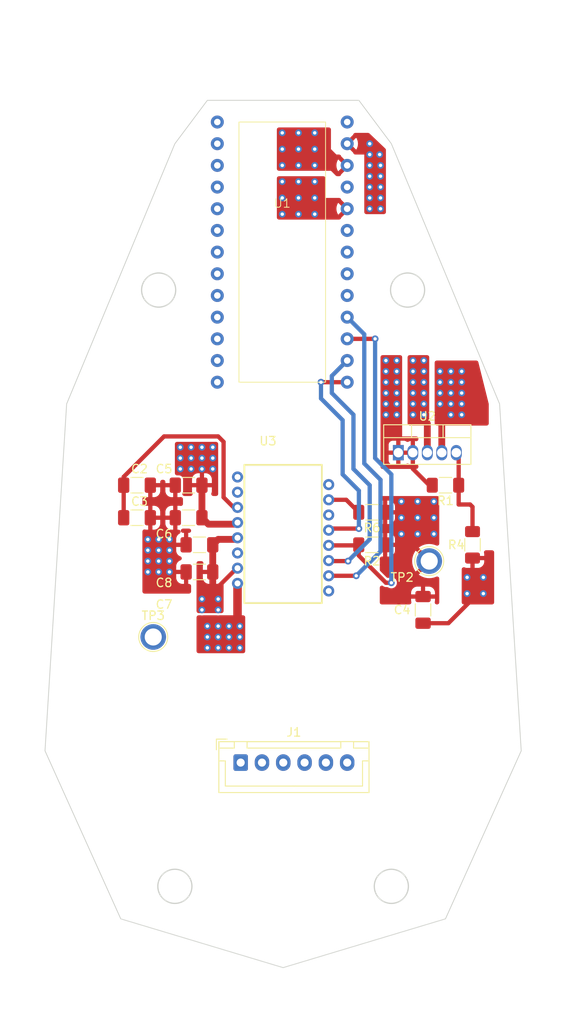
<source format=kicad_pcb>
(kicad_pcb (version 20221018) (generator pcbnew)
  (layers (0 "F.Cu" signal) (1 "In1.Cu" power "Ground") (2 "In2.Cu" power "Power") (31 "B.Cu" signal) (34 "B.Paste" user) (35 "F.Paste" user) (36 "B.SilkS" user "B.Silkscreen") (37 "F.SilkS" user "F.Silkscreen") (38 "B.Mask" user) (39 "F.Mask" user) (44 "Edge.Cuts" user))
  (net 0 "")
  (net 1 "Net-(U3-VDDPIX)")
  (net 2 "3.3V")
  (net 3 "Net-(U1-DIN)")
  (net 4 "1.9V")
  (net 5 "GND")
  (net 6 "5V")
  (net 7 "Net-(U2-Adj)")
  (net 19 "Net-(U1-D10{slash}CS)")
  (net 26 "Net-(U1-DOUT)")
  (net 27 "Net-(U1-SCK)")
  (net 29 "Net-(U3-LED_P)")
  (footprint "Capacitor_SMD:C_1206_3216Metric_Pad1.33x1.80mm_HandSolder" (layer "F.Cu") (at 129.8825 102.87 180)
    (fp_text reference "C7" (at 4.1525 -3.81) (layer "F.SilkS"))
    (fp_text value "10uF")
    (fp_line (start -0.711252 -0.91) (end 0.711252 -0.91) (stroke (width 0.12)) (layer "F.SilkS"))
    (fp_line (start -0.711252 0.91) (end 0.711252 0.91) (stroke (width 0.12)) (layer "F.SilkS"))
    (pad "1" smd roundrect (at -1.5625 0 180) (size 1.325 1.8) (layers "F.Cu" "F.Paste" "F.Mask") (roundrect_rratio 0.1886792453) (net 2 "3.3V"))
    (pad "2" smd roundrect (at 1.5625 0 180) (size 1.325 1.8) (layers "F.Cu" "F.Paste" "F.Mask") (roundrect_rratio 0.1886792453) (net 5 "GND"))
  )
  (footprint "Capacitor_SMD:C_1206_3216Metric_Pad1.33x1.80mm_HandSolder" (layer "F.Cu") (at 128.6125 92.71 180)
    (fp_text reference "C5" (at 2.8825 1.905 180) (layer "F.SilkS"))
    (fp_text value "10uF")
    (fp_line (start -0.711252 -0.91) (end 0.711252 -0.91) (stroke (width 0.12)) (layer "F.SilkS"))
    (fp_line (start -0.711252 0.91) (end 0.711252 0.91) (stroke (width 0.12)) (layer "F.SilkS"))
    (pad "1" smd roundrect (at -1.5625 0 180) (size 1.325 1.8) (layers "F.Cu" "F.Paste" "F.Mask") (roundrect_rratio 0.1886792453) (net 4 "1.9V"))
    (pad "2" smd roundrect (at 1.5625 0 180) (size 1.325 1.8) (layers "F.Cu" "F.Paste" "F.Mask") (roundrect_rratio 0.1886792453) (net 5 "GND"))
  )
  (footprint "Resistor_SMD:R_1206_3216Metric_Pad1.30x1.75mm_HandSolder" (layer "F.Cu") (at 150.125 95.885 180)
    (fp_text reference "R6" (at 0 -1.82) (layer "F.SilkS"))
    (fp_text value "10 Ohm")
    (fp_line (start -0.727064 -0.91) (end 0.727064 -0.91) (stroke (width 0.12)) (layer "F.SilkS"))
    (fp_line (start -0.727064 0.91) (end 0.727064 0.91) (stroke (width 0.12)) (layer "F.SilkS"))
    (pad "1" smd roundrect (at -1.55 0 180) (size 1.3 1.75) (layers "F.Cu" "F.Paste" "F.Mask") (roundrect_rratio 0.1923076923) (net 4 "1.9V"))
    (pad "2" smd roundrect (at 1.55 0 180) (size 1.3 1.75) (layers "F.Cu" "F.Paste" "F.Mask") (roundrect_rratio 0.1923076923) (net 29 "Net-(U3-LED_P)"))
  )
  (footprint "Capacitor_SMD:C_1206_3216Metric_Pad1.33x1.80mm_HandSolder" (layer "F.Cu") (at 128.6125 96.52 180)
    (fp_text reference "C6" (at 2.8825 -1.905 180) (layer "F.SilkS"))
    (fp_text value "0.1uF")
    (fp_line (start -0.711252 -0.91) (end 0.711252 -0.91) (stroke (width 0.12)) (layer "F.SilkS"))
    (fp_line (start -0.711252 0.91) (end 0.711252 0.91) (stroke (width 0.12)) (layer "F.SilkS"))
    (pad "1" smd roundrect (at -1.5625 0 180) (size 1.325 1.8) (layers "F.Cu" "F.Paste" "F.Mask") (roundrect_rratio 0.1886792453) (net 4 "1.9V"))
    (pad "2" smd roundrect (at 1.5625 0 180) (size 1.325 1.8) (layers "F.Cu" "F.Paste" "F.Mask") (roundrect_rratio 0.1886792453) (net 5 "GND"))
  )
  (footprint "Capacitor_SMD:C_1206_3216Metric_Pad1.33x1.80mm_HandSolder" (layer "F.Cu") (at 156.12 107.315 -90)
    (fp_text reference "C4" (at 0 2.45 -180) (layer "F.SilkS"))
    (fp_text value "33uF")
    (fp_line (start -0.711252 -0.91) (end 0.711252 -0.91) (stroke (width 0.12)) (layer "F.SilkS"))
    (fp_line (start -0.711252 0.91) (end 0.711252 0.91) (stroke (width 0.12)) (layer "F.SilkS"))
    (pad "1" smd roundrect (at -1.5625 0 270) (size 1.325 1.8) (layers "F.Cu" "F.Paste" "F.Mask") (roundrect_rratio 0.1886792453) (net 4 "1.9V"))
    (pad "2" smd roundrect (at 1.5625 0 270) (size 1.325 1.8) (layers "F.Cu" "F.Paste" "F.Mask") (roundrect_rratio 0.1886792453) (net 5 "GND"))
  )
  (footprint "Capacitor_SMD:C_1206_3216Metric_Pad1.33x1.80mm_HandSolder" (layer "F.Cu") (at 122.555 96.52)
    (fp_text reference "C3" (at 0.2925 -1.905) (layer "F.SilkS"))
    (fp_text value "0.1uF")
    (fp_line (start -0.711252 -0.91) (end 0.711252 -0.91) (stroke (width 0.12)) (layer "F.SilkS"))
    (fp_line (start -0.711252 0.91) (end 0.711252 0.91) (stroke (width 0.12)) (layer "F.SilkS"))
    (pad "1" smd roundrect (at -1.5625 0) (size 1.325 1.8) (layers "F.Cu" "F.Paste" "F.Mask") (roundrect_rratio 0.1886792453) (net 1 "Net-(U3-VDDPIX)"))
    (pad "2" smd roundrect (at 1.5625 0) (size 1.325 1.8) (layers "F.Cu" "F.Paste" "F.Mask") (roundrect_rratio 0.1886792453) (net 5 "GND"))
  )
  (footprint "Connector_JST:JST_XH_B6B-XH-A_1x06_P2.50mm_Vertical" (layer "F.Cu") (at 134.72 125.205)
    (fp_text reference "J1" (at 6.25 -3.55) (layer "F.SilkS"))
    (fp_text value "Conn_01x06_Pin")
    (fp_line (start -2.85 -2.75) (end -2.85 -1.5) (stroke (width 0.12)) (layer "F.SilkS"))
    (fp_line (start -2.56 -2.46) (end -2.56 3.51) (stroke (width 0.12)) (layer "F.SilkS"))
    (fp_line (start -2.56 3.51) (end 15.06 3.51) (stroke (width 0.12)) (layer "F.SilkS"))
    (fp_line (start -2.55 -2.45) (end -2.55 -1.7) (stroke (width 0.12)) (layer "F.SilkS"))
    (fp_line (start -2.55 -1.7) (end -0.75 -1.7) (stroke (width 0.12)) (layer "F.SilkS"))
    (fp_line (start -2.55 -0.2) (end -1.8 -0.2) (stroke (width 0.12)) (layer "F.SilkS"))
    (fp_line (start -1.8 -0.2) (end -1.8 2.75) (stroke (width 0.12)) (layer "F.SilkS"))
    (fp_line (start -1.8 2.75) (end 6.25 2.75) (stroke (width 0.12)) (layer "F.SilkS"))
    (fp_line (start -1.6 -2.75) (end -2.85 -2.75) (stroke (width 0.12)) (layer "F.SilkS"))
    (fp_line (start -0.75 -2.45) (end -2.55 -2.45) (stroke (width 0.12)) (layer "F.SilkS"))
    (fp_line (start -0.75 -1.7) (end -0.75 -2.45) (stroke (width 0.12)) (layer "F.SilkS"))
    (fp_line (start 0.75 -2.45) (end 0.75 -1.7) (stroke (width 0.12)) (layer "F.SilkS"))
    (fp_line (start 0.75 -1.7) (end 11.75 -1.7) (stroke (width 0.12)) (layer "F.SilkS"))
    (fp_line (start 11.75 -2.45) (end 0.75 -2.45) (stroke (width 0.12)) (layer "F.SilkS"))
    (fp_line (start 11.75 -1.7) (end 11.75 -2.45) (stroke (width 0.12)) (layer "F.SilkS"))
    (fp_line (start 13.25 -2.45) (end 13.25 -1.7) (stroke (width 0.12)) (layer "F.SilkS"))
    (fp_line (start 13.25 -1.7) (end 15.05 -1.7) (stroke (width 0.12)) (layer "F.SilkS"))
    (fp_line (start 14.3 -0.2) (end 14.3 2.75) (stroke (width 0.12)) (layer "F.SilkS"))
    (fp_line (start 14.3 2.75) (end 6.25 2.75) (stroke (width 0.12)) (layer "F.SilkS"))
    (fp_line (start 15.05 -2.45) (end 13.25 -2.45) (stroke (width 0.12)) (layer "F.SilkS"))
    (fp_line (start 15.05 -1.7) (end 15.05 -2.45) (stroke (width 0.12)) (layer "F.SilkS"))
    (fp_line (start 15.05 -0.2) (end 14.3 -0.2) (stroke (width 0.12)) (layer "F.SilkS"))
    (fp_line (start 15.06 -2.46) (end -2.56 -2.46) (stroke (width 0.12)) (layer "F.SilkS"))
    (fp_line (start 15.06 3.51) (end 15.06 -2.46) (stroke (width 0.12)) (layer "F.SilkS"))
    (pad "1" thru_hole roundrect (at 0 0) (size 1.7 1.95) (drill 0.95) (layers "*.Cu" "*.Mask") (roundrect_rratio 0.147059) (net 5 "GND"))
    (pad "2" thru_hole oval (at 2.5 0) (size 1.7 1.95) (drill 0.95) (layers "*.Cu" "*.Mask"))
    (pad "3" thru_hole oval (at 5 0) (size 1.7 1.95) (drill 0.95) (layers "*.Cu" "*.Mask"))
    (pad "4" thru_hole oval (at 7.5 0) (size 1.7 1.95) (drill 0.95) (layers "*.Cu" "*.Mask"))
    (pad "5" thru_hole oval (at 10 0) (size 1.7 1.95) (drill 0.95) (layers "*.Cu" "*.Mask"))
    (pad "6" thru_hole oval (at 12.5 0) (size 1.7 1.95) (drill 0.95) (layers "*.Cu" "*.Mask"))
  )
  (footprint "squeakKiCad:PMW3360" (layer "F.Cu") (at 139.7 98.425)
    (fp_text reference "U3" (at -1.778 -10.8839) (layer "F.SilkS"))
    (fp_text value "PMW3360DM-T2QU")
    (fp_line (start -4.55 -8.1) (end -4.55 8.1) (stroke (width 0.2)) (layer "F.SilkS"))
    (fp_line (start -4.55 8.1) (end 4.55 8.1) (stroke (width 0.2)) (layer "F.SilkS"))
    (fp_line (start 4.55 -8.1) (end -4.55 -8.1) (stroke (width 0.2)) (layer "F.SilkS"))
    (fp_line (start 4.55 8.1) (end 4.55 -8.1) (stroke (width 0.2)) (layer "F.SilkS"))
    (fp_line (start -4.445 -7.9375) (end 4.445 -7.9375) (stroke (width 0.01)) (layer "Edge.Cuts"))
    (fp_line (start -4.445 7.9375) (end -4.445 -7.9375) (stroke (width 0.01)) (layer "Edge.Cuts"))
    (fp_line (start 4.445 -7.9375) (end 4.445 7.9375) (stroke (width 0.01)) (layer "Edge.Cuts"))
    (fp_line (start 4.445 7.9375) (end -4.445 7.9375) (stroke (width 0.01)) (layer "Edge.Cuts"))
    (pad "1" thru_hole circle (at -5.35 -6.675) (size 1.3 1.3) (drill 0.7) (layers "*.Cu" "*.Mask"))
    (pad "2" thru_hole circle (at -5.35 -4.895) (size 1.3 1.3) (drill 0.7) (layers "*.Cu" "*.Mask"))
    (pad "3" thru_hole circle (at -5.35 -3.115) (size 1.3 1.3) (drill 0.7) (layers "*.Cu" "*.Mask") (net 1 "Net-(U3-VDDPIX)"))
    (pad "4" thru_hole circle (at -5.35 -1.335) (size 1.3 1.3) (drill 0.7) (layers "*.Cu" "*.Mask") (net 4 "1.9V"))
    (pad "5" thru_hole circle (at -5.35 0.445) (size 1.3 1.3) (drill 0.7) (layers "*.Cu" "*.Mask") (net 2 "3.3V"))
    (pad "6" thru_hole circle (at -5.35 2.225) (size 1.3 1.3) (drill 0.7) (layers "*.Cu" "*.Mask"))
    (pad "7" thru_hole circle (at -5.35 4.005) (size 1.3 1.3) (drill 0.7) (layers "*.Cu" "*.Mask") (net 2 "3.3V"))
    (pad "8" thru_hole circle (at -5.35 5.785) (size 1.3 1.3) (drill 0.7) (layers "*.Cu" "*.Mask") (net 5 "GND"))
    (pad "9" thru_hole circle (at 5.35 6.675) (size 1.3 1.3) (drill 0.7) (layers "*.Cu" "*.Mask"))
    (pad "10" thru_hole circle (at 5.35 4.895) (size 1.3 1.3) (drill 0.7) (layers "*.Cu" "*.Mask") (net 27 "Net-(U1-SCK)"))
    (pad "11" thru_hole circle (at 5.35 3.115) (size 1.3 1.3) (drill 0.7) (layers "*.Cu" "*.Mask") (net 26 "Net-(U1-DOUT)"))
    (pad "12" thru_hole circle (at 5.35 1.335) (size 1.3 1.3) (drill 0.7) (layers "*.Cu" "*.Mask") (net 3 "Net-(U1-DIN)"))
    (pad "13" thru_hole circle (at 5.35 -0.445) (size 1.3 1.3) (drill 0.7) (layers "*.Cu" "*.Mask") (net 19 "Net-(U1-D10{slash}CS)"))
    (pad "14" thru_hole circle (at 5.35 -2.225) (size 1.3 1.3) (drill 0.7) (layers "*.Cu" "*.Mask"))
    (pad "15" thru_hole circle (at 5.35 -4.005) (size 1.3 1.3) (drill 0.7) (layers "*.Cu" "*.Mask") (net 29 "Net-(U3-LED_P)"))
    (pad "16" thru_hole circle (at 5.35 -5.785) (size 1.3 1.3) (drill 0.7) (layers "*.Cu" "*.Mask"))
    (zone (net 0) (net_name "") (layer "F.Cu") (connect_pads (clearance 0)) (min_thickness 0.127)
      (keepout (tracks not_allowed) (vias not_allowed) (pads not_allowed) (copperpour not_allowed) (footprints allowed))
      (fill (thermal_gap 0.508) (thermal_bridge_width 0.508))
      (polygon (pts (xy 135.255 90.4875) (xy 144.145 90.4875) (xy 144.145 106.3625) (xy 135.255 106.3625)))
    )
  )
  (footprint "Capacitor_SMD:C_1206_3216Metric_Pad1.33x1.80mm_HandSolder" (layer "F.Cu") (at 122.555 92.71)
    (fp_text reference "C2" (at 0.2925 -1.905) (layer "F.SilkS"))
    (fp_text value "4.7uF")
    (fp_line (start -0.711252 -0.91) (end 0.711252 -0.91) (stroke (width 0.12)) (layer "F.SilkS"))
    (fp_line (start -0.711252 0.91) (end 0.711252 0.91) (stroke (width 0.12)) (layer "F.SilkS"))
    (pad "1" smd roundrect (at -1.5625 0) (size 1.325 1.8) (layers "F.Cu" "F.Paste" "F.Mask") (roundrect_rratio 0.1886792453) (net 1 "Net-(U3-VDDPIX)"))
    (pad "2" smd roundrect (at 1.5625 0) (size 1.325 1.8) (layers "F.Cu" "F.Paste" "F.Mask") (roundrect_rratio 0.1886792453) (net 5 "GND"))
  )
  (footprint "Module:KB2040" (layer "F.Cu") (at 139.599476 65.405)
    (fp_text reference "U1" (at 0 -5.715 unlocked) (layer "F.SilkS") (effects (font (thickness 0.1))))
    (fp_text value "KB2040")
    (fp_rect (start -5.08 -15.24) (end 5.08 15.24) (stroke (width 0.1)) (fill none) (layer "F.SilkS"))
    (pad "1" thru_hole circle (at -7.62 -15.24) (size 1.524 1.524) (drill 0.762) (layers "*.Cu" "*.Mask"))
    (pad "2" thru_hole circle (at -7.62 -12.7) (size 1.524 1.524) (drill 0.762) (layers "*.Cu" "*.Mask"))
    (pad "3" thru_hole circle (at -7.62 -10.16) (size 1.524 1.524) (drill 0.762) (layers "*.Cu" "*.Mask"))
    (pad "4" thru_hole circle (at -7.62 -7.62) (size 1.524 1.524) (drill 0.762) (layers "*.Cu" "*.Mask") (net 5 "GND"))
    (pad "5" thru_hole circle (at -7.62 -5.08) (size 1.524 1.524) (drill 0.762) (layers "*.Cu" "*.Mask") (net 5 "GND"))
    (pad "6" thru_hole circle (at -7.62 -2.54) (size 1.524 1.524) (drill 0.762) (layers "*.Cu" "*.Mask"))
    (pad "7" thru_hole circle (at -7.62 0) (size 1.524 1.524) (drill 0.762) (layers "*.Cu" "*.Mask"))
    (pad "8" thru_hole circle (at -7.62 2.54) (size 1.524 1.524) (drill 0.762) (layers "*.Cu" "*.Mask"))
    (pad "9" thru_hole circle (at -7.62 5.08) (size 1.524 1.524) (drill 0.762) (layers "*.Cu" "*.Mask"))
    (pad "10" thru_hole circle (at -7.62 7.62) (size 1.524 1.524) (drill 0.762) (layers "*.Cu" "*.Mask"))
    (pad "11" thru_hole circle (at -7.62 10.16) (size 1.524 1.524) (drill 0.762) (layers "*.Cu" "*.Mask"))
    (pad "12" thru_hole circle (at -7.62 12.7) (size 1.524 1.524) (drill 0.762) (layers "*.Cu" "*.Mask"))
    (pad "13" thru_hole circle (at -7.62 15.24) (size 1.524 1.524) (drill 0.762) (layers "*.Cu" "*.Mask"))
    (pad "14" thru_hole circle (at 7.62 15.24) (size 1.524 1.524) (drill 0.762) (layers "*.Cu" "*.Mask") (net 19 "Net-(U1-D10{slash}CS)"))
    (pad "15" thru_hole circle (at 7.62 12.7) (size 1.524 1.524) (drill 0.762) (layers "*.Cu" "*.Mask") (net 26 "Net-(U1-DOUT)"))
    (pad "16" thru_hole circle (at 7.62 10.16) (size 1.524 1.524) (drill 0.762) (layers "*.Cu" "*.Mask") (net 3 "Net-(U1-DIN)"))
    (pad "17" thru_hole circle (at 7.62 7.62) (size 1.524 1.524) (drill 0.762) (layers "*.Cu" "*.Mask") (net 27 "Net-(U1-SCK)"))
    (pad "18" thru_hole circle (at 7.62 5.08) (size 1.524 1.524) (drill 0.762) (layers "*.Cu" "*.Mask"))
    (pad "19" thru_hole circle (at 7.62 2.54) (size 1.524 1.524) (drill 0.762) (layers "*.Cu" "*.Mask"))
    (pad "20" thru_hole circle (at 7.62 0) (size 1.524 1.524) (drill 0.762) (layers "*.Cu" "*.Mask"))
    (pad "21" thru_hole circle (at 7.62 -2.54) (size 1.524 1.524) (drill 0.762) (layers "*.Cu" "*.Mask"))
    (pad "22" thru_hole circle (at 7.62 -5.08) (size 1.524 1.524) (drill 0.762) (layers "*.Cu" "*.Mask") (net 2 "3.3V"))
    (pad "23" thru_hole circle (at 7.62 -7.62) (size 1.524 1.524) (drill 0.762) (layers "*.Cu" "*.Mask"))
    (pad "24" thru_hole circle (at 7.62 -10.16) (size 1.524 1.524) (drill 0.762) (layers "*.Cu" "*.Mask") (net 5 "GND"))
    (pad "25" thru_hole circle (at 7.62 -12.7) (size 1.524 1.524) (drill 0.762) (layers "*.Cu" "*.Mask") (net 6 "5V"))
    (pad "26" thru_hole circle (at 7.62 -15.24) (size 1.524 1.524) (drill 0.762) (layers "*.Cu" "*.Mask"))
  )
  (footprint "TestPoint:TestPoint_Plated_Hole_D2.0mm" (layer "F.Cu") (at 124.46 110.49)
    (fp_text reference "TP3" (at 0 -2.498) (layer "F.SilkS"))
    (fp_text value "TestPoint")
    (fp_circle (center 0 0) (end 0 -1.7) (stroke (width 0.12)) (fill none) (layer "F.SilkS"))
    (pad "1" thru_hole circle (at 0 0) (size 3 3) (drill 2) (layers "*.Cu" "*.Mask") (net 2 "3.3V"))
  )
  (footprint "Resistor_SMD:R_1206_3216Metric_Pad1.30x1.75mm_HandSolder" (layer "F.Cu") (at 161.925 99.695 90)
    (fp_text reference "R4" (at 0 -1.905 180) (layer "F.SilkS"))
    (fp_text value "100k")
    (fp_line (start -0.727064 -0.91) (end 0.727064 -0.91) (stroke (width 0.12)) (layer "F.SilkS"))
    (fp_line (start -0.727064 0.91) (end 0.727064 0.91) (stroke (width 0.12)) (layer "F.SilkS"))
    (pad "1" smd roundrect (at -1.55 0 90) (size 1.3 1.75) (layers "F.Cu" "F.Paste" "F.Mask") (roundrect_rratio 0.1923076923) (net 5 "GND"))
    (pad "2" smd roundrect (at 1.55 0 90) (size 1.3 1.75) (layers "F.Cu" "F.Paste" "F.Mask") (roundrect_rratio 0.1923076923) (net 7 "Net-(U2-Adj)"))
  )
  (footprint "TestPoint:TestPoint_Plated_Hole_D2.0mm" (layer "F.Cu") (at 156.845 101.6 -90)
    (fp_text reference "TP2" (at 1.905 3.175 -180) (layer "F.SilkS"))
    (fp_text value "TestPoint")
    (fp_circle (center 0 0) (end 0 -1.7) (stroke (width 0.12)) (fill none) (layer "F.SilkS"))
    (pad "1" thru_hole circle (at 0 0 270) (size 3 3) (drill 2) (layers "*.Cu" "*.Mask") (net 4 "1.9V"))
  )
  (footprint "Resistor_SMD:R_1206_3216Metric_Pad1.30x1.75mm_HandSolder" (layer "F.Cu") (at 158.75 92.71 180)
    (fp_text reference "R1" (at 0 -1.82) (layer "F.SilkS"))
    (fp_text value "47k")
    (fp_line (start -0.727064 -0.91) (end 0.727064 -0.91) (stroke (width 0.12)) (layer "F.SilkS"))
    (fp_line (start -0.727064 0.91) (end 0.727064 0.91) (stroke (width 0.12)) (layer "F.SilkS"))
    (pad "1" smd roundrect (at -1.55 0 180) (size 1.3 1.75) (layers "F.Cu" "F.Paste" "F.Mask") (roundrect_rratio 0.1923076923) (net 7 "Net-(U2-Adj)"))
    (pad "2" smd roundrect (at 1.55 0 180) (size 1.3 1.75) (layers "F.Cu" "F.Paste" "F.Mask") (roundrect_rratio 0.1923076923) (net 6 "5V"))
  )
  (footprint "Capacitor_SMD:C_1206_3216Metric_Pad1.33x1.80mm_HandSolder" (layer "F.Cu") (at 129.8825 99.695 180)
    (fp_text reference "C8" (at 4.1525 -4.445 180) (layer "F.SilkS"))
    (fp_text value "0.1uF")
    (fp_line (start -0.711252 -0.91) (end 0.711252 -0.91) (stroke (width 0.12)) (layer "F.SilkS"))
    (fp_line (start -0.711252 0.91) (end 0.711252 0.91) (stroke (width 0.12)) (layer "F.SilkS"))
    (pad "1" smd roundrect (at -1.5625 0 180) (size 1.325 1.8) (layers "F.Cu" "F.Paste" "F.Mask") (roundrect_rratio 0.1886792453) (net 2 "3.3V"))
    (pad "2" smd roundrect (at 1.5625 0 180) (size 1.325 1.8) (layers "F.Cu" "F.Paste" "F.Mask") (roundrect_rratio 0.1886792453) (net 5 "GND"))
  )
  (footprint "Package_TO_SOT_THT:TO-220-5_Vertical" (layer "F.Cu") (at 153.22 88.9)
    (fp_text reference "U2" (at 3.4 -4.27) (layer "F.SilkS"))
    (fp_text value "BA00JC5WT")
    (fp_line (start -1.721 -3.27) (end -1.721 1.371) (stroke (width 0.12)) (layer "F.SilkS"))
    (fp_line (start -1.721 -3.27) (end 8.52 -3.27) (stroke (width 0.12)) (layer "F.SilkS"))
    (fp_line (start -1.721 -1.76) (end 8.52 -1.76) (stroke (width 0.12)) (layer "F.SilkS"))
    (fp_line (start -1.721 1.371) (end 8.52 1.371) (stroke (width 0.12)) (layer "F.SilkS"))
    (fp_line (start 1.55 -3.27) (end 1.55 -1.76) (stroke (width 0.12)) (layer "F.SilkS"))
    (fp_line (start 5.25 -3.27) (end 5.25 -1.76) (stroke (width 0.12)) (layer "F.SilkS"))
    (fp_line (start 8.52 -3.27) (end 8.52 1.371) (stroke (width 0.12)) (layer "F.SilkS"))
    (pad "1" thru_hole rect (at 0 0) (size 1.275 1.8) (drill 1.1) (layers "*.Cu" "*.Mask") (net 6 "5V"))
    (pad "2" thru_hole oval (at 1.7 0) (size 1.275 1.8) (drill 1.1) (layers "*.Cu" "*.Mask") (net 6 "5V"))
    (pad "3" thru_hole oval (at 3.4 0) (size 1.275 1.8) (drill 1.1) (layers "*.Cu" "*.Mask") (net 5 "GND"))
    (pad "4" thru_hole oval (at 5.1 0) (size 1.275 1.8) (drill 1.1) (layers "*.Cu" "*.Mask") (net 4 "1.9V"))
    (pad "5" thru_hole oval (at 6.8 0) (size 1.275 1.8) (drill 1.1) (layers "*.Cu" "*.Mask") (net 7 "Net-(U2-Adj)"))
  )
  (footprint "Resistor_SMD:R_1206_3216Metric_Pad1.30x1.75mm_HandSolder" (layer "F.Cu") (at 150.125 99.695)
    (fp_text reference "R2" (at 0 1.905) (layer "F.SilkS"))
    (fp_text value "10k")
    (fp_line (start -0.727064 -0.91) (end 0.727064 -0.91) (stroke (width 0.12)) (layer "F.SilkS"))
    (fp_line (start -0.727064 0.91) (end 0.727064 0.91) (stroke (width 0.12)) (layer "F.SilkS"))
    (pad "1" smd roundrect (at -1.55 0) (size 1.3 1.75) (layers "F.Cu" "F.Paste" "F.Mask") (roundrect_rratio 0.1923076923) (net 3 "Net-(U1-DIN)"))
    (pad "2" smd roundrect (at 1.55 0) (size 1.3 1.75) (layers "F.Cu" "F.Paste" "F.Mask") (roundrect_rratio 0.1923076923) (net 4 "1.9V"))
  )
  (gr_circle (center 125.095 69.85) (end 127.095 69.85) (stroke (width 0.15)) (fill none) (layer "Edge.Cuts"))
  (gr_poly (pts (xy 120.65 143.51) (xy 139.7 149.225) (xy 158.75 143.51) (xy 167.64 123.825) (xy 165.1 83.185) (xy 152.4 52.705) (xy 148.59 47.625) (xy 130.81 47.625) (xy 127 52.705) (xy 114.3 83.185) (xy 111.76 123.825)) (stroke (width 0.1)) (fill none) (layer "Edge.Cuts"))
  (gr_circle (center 152.4 139.7) (end 154.4 139.7) (stroke (width 0.15)) (fill none) (layer "Edge.Cuts"))
  (gr_circle (center 154.305 69.85) (end 156.305 69.85) (stroke (width 0.15)) (fill none) (layer "Edge.Cuts"))
  (gr_circle (center 127 139.7) (end 129 139.7) (stroke (width 0.15)) (fill none) (layer "Edge.Cuts"))
  (segment (start 132.715 94.13) (end 132.715 87.63) (width 0.5) (layer "F.Cu") (net 1))
  (segment (start 125.73 86.995) (end 120.9925 91.7325) (width 0.5) (layer "F.Cu") (net 1))
  (segment (start 132.715 87.63) (end 132.08 86.995) (width 0.5) (layer "F.Cu") (net 1))
  (segment (start 134.08 95.495) (end 132.715 94.13) (width 0.5) (layer "F.Cu") (net 1))
  (segment (start 120.9925 91.7325) (end 120.9925 95.885) (width 0.5) (layer "F.Cu") (net 1))
  (segment (start 132.08 86.995) (end 125.73 86.995) (width 0.5) (layer "F.Cu") (net 1))
  (segment (start 132.085 99.055) (end 131.445 99.695) (width 0.8) (layer "F.Cu") (net 2))
  (segment (start 131.115 102.615) (end 130.86 102.87) (width 0.25) (layer "F.Cu") (net 2))
  (segment (start 134.08 99.055) (end 132.085 99.055) (width 0.8) (layer "F.Cu") (net 2))
  (segment (start 131.445 102.87) (end 131.445 104.775) (width 0.8) (layer "F.Cu") (net 2))
  (segment (start 131.445 99.695) (end 131.445 102.87) (width 0.8) (layer "F.Cu") (net 2))
  (segment (start 134.08 102.615) (end 132.08 104.615) (width 0.5) (layer "F.Cu") (net 2))
  (via (at 143.409476 57.15) (size 0.8) (drill 0.4) (layers "F.Cu" "B.Cu") (net 2))
  (via (at 139.599476 57.15) (size 0.8) (drill 0.4) (layers "F.Cu" "B.Cu") (net 2))
  (via (at 143.409476 60.96) (size 0.8) (drill 0.4) (layers "F.Cu" "B.Cu") (net 2))
  (via (at 143.409476 59.055) (size 0.8) (drill 0.4) (layers "F.Cu" "B.Cu") (net 2))
  (via (at 139.599476 59.055) (size 0.8) (drill 0.4) (layers "F.Cu" "B.Cu") (net 2))
  (via (at 141.504476 60.96) (size 0.8) (drill 0.4) (layers "F.Cu" "B.Cu") (net 2))
  (via (at 132.08 106.045) (size 0.8) (drill 0.4) (layers "F.Cu" "B.Cu") (net 2))
  (via (at 132.08 107.315) (size 0.8) (drill 0.4) (layers "F.Cu" "B.Cu") (net 2))
  (via (at 141.504476 59.055) (size 0.8) (drill 0.4) (layers "F.Cu" "B.Cu") (net 2))
  (via (at 130.175 107.315) (size 0.8) (drill 0.4) (layers "F.Cu" "B.Cu") (net 2))
  (via (at 139.599476 60.96) (size 0.8) (drill 0.4) (layers "F.Cu" "B.Cu") (net 2))
  (via (at 130.175 106.045) (size 0.8) (drill 0.4) (layers "F.Cu" "B.Cu") (net 2))
  (via (at 141.504476 57.15) (size 0.8) (drill 0.4) (layers "F.Cu" "B.Cu") (net 2))
  (segment (start 152.4 104.14) (end 151.765 104.14) (width 0.5) (layer "F.Cu") (net 3))
  (segment (start 148.51 99.76) (end 148.575 99.695) (width 0.25) (layer "F.Cu") (net 3))
  (segment (start 147.219476 75.565) (end 150.495 75.565) (width 0.5) (layer "F.Cu") (net 3))
  (segment (start 148.575 100.95) (end 148.575 99.695) (width 0.5) (layer "F.Cu") (net 3))
  (segment (start 151.765 104.14) (end 148.575 100.95) (width 0.5) (layer "F.Cu") (net 3))
  (segment (start 145.05 99.76) (end 148.51 99.76) (width 0.5) (layer "F.Cu") (net 3))
  (via (at 150.495 75.565) (size 0.8) (drill 0.4) (layers "F.Cu" "B.Cu") (net 3))
  (via (at 152.4 104.14) (size 0.8) (drill 0.4) (layers "F.Cu" "B.Cu") (net 3))
  (segment (start 152.4 104.14) (end 152.4 91.44) (width 0.5) (layer "B.Cu") (net 3))
  (segment (start 152.4 91.44) (end 150.495 89.535) (width 0.5) (layer "B.Cu") (net 3))
  (segment (start 150.495 89.535) (end 150.495 75.565) (width 0.5) (layer "B.Cu") (net 3))
  (segment (start 130.175 96.52) (end 130.175 93.345) (width 0.8) (layer "F.Cu") (net 4))
  (segment (start 130.93 97.275) (end 130.175 96.52) (width 0.8) (layer "F.Cu") (net 4))
  (segment (start 158.32 88.9) (end 158.32 84.455) (width 0.8) (layer "F.Cu") (net 4))
  (segment (start 134.08 97.275) (end 130.93 97.275) (width 0.8) (layer "F.Cu") (net 4))
  (via (at 128.905 89.535) (size 0.8) (drill 0.4) (layers "F.Cu" "B.Cu") (net 4))
  (via (at 159.385 79.375) (size 0.8) (drill 0.4) (layers "F.Cu" "B.Cu") (net 4))
  (via (at 131.445 89.535) (size 0.8) (drill 0.4) (layers "F.Cu" "B.Cu") (net 4))
  (via (at 130.175 88.265) (size 0.8) (drill 0.4) (layers "F.Cu" "B.Cu") (net 4))
  (via (at 155.485 96.52) (size 0.8) (drill 0.4) (layers "F.Cu" "B.Cu") (net 4))
  (via (at 130.175 89.535) (size 0.8) (drill 0.4) (layers "F.Cu" "B.Cu") (net 4))
  (via (at 157.39 96.52) (size 0.8) (drill 0.4) (layers "F.Cu" "B.Cu") (net 4))
  (via (at 153.58 98.425) (size 0.8) (drill 0.4) (layers "F.Cu" "B.Cu") (net 4))
  (via (at 160.655 79.375) (size 0.8) (drill 0.4) (layers "F.Cu" "B.Cu") (net 4))
  (via (at 158.115 79.375) (size 0.8) (drill 0.4) (layers "F.Cu" "B.Cu") (net 4))
  (via (at 158.115 83.185) (size 0.8) (drill 0.4) (layers "F.Cu" "B.Cu") (net 4))
  (via (at 159.385 81.915) (size 0.8) (drill 0.4) (layers "F.Cu" "B.Cu") (net 4))
  (via (at 155.485 98.425) (size 0.8) (drill 0.4) (layers "F.Cu" "B.Cu") (net 4))
  (via (at 160.655 81.915) (size 0.8) (drill 0.4) (layers "F.Cu" "B.Cu") (net 4))
  (via (at 153.58 96.52) (size 0.8) (drill 0.4) (layers "F.Cu" "B.Cu") (net 4))
  (via (at 158.115 80.645) (size 0.8) (drill 0.4) (layers "F.Cu" "B.Cu") (net 4))
  (via (at 130.175 90.805) (size 0.8) (drill 0.4) (layers "F.Cu" "B.Cu") (net 4))
  (via (at 159.385 80.645) (size 0.8) (drill 0.4) (layers "F.Cu" "B.Cu") (net 4))
  (via (at 127.635 90.805) (size 0.8) (drill 0.4) (layers "F.Cu" "B.Cu") (net 4))
  (via (at 127.635 89.535) (size 0.8) (drill 0.4) (layers "F.Cu" "B.Cu") (net 4))
  (via (at 131.445 90.805) (size 0.8) (drill 0.4) (layers "F.Cu" "B.Cu") (net 4))
  (via (at 128.905 90.805) (size 0.8) (drill 0.4) (layers "F.Cu" "B.Cu") (net 4))
  (via (at 157.39 98.425) (size 0.8) (drill 0.4) (layers "F.Cu" "B.Cu") (net 4))
  (via (at 157.39 94.615) (size 0.8) (drill 0.4) (layers "F.Cu" "B.Cu") (net 4))
  (via (at 158.115 81.915) (size 0.8) (drill 0.4) (layers "F.Cu" "B.Cu") (net 4))
  (via (at 159.385 83.185) (size 0.8) (drill 0.4) (layers "F.Cu" "B.Cu") (net 4))
  (via (at 131.445 88.265) (size 0.8) (drill 0.4) (layers "F.Cu" "B.Cu") (net 4))
  (via (at 160.655 80.645) (size 0.8) (drill 0.4) (layers "F.Cu" "B.Cu") (net 4))
  (via (at 127.635 88.265) (size 0.8) (drill 0.4) (layers "F.Cu" "B.Cu") (net 4))
  (via (at 155.485 94.615) (size 0.8) (drill 0.4) (layers "F.Cu" "B.Cu") (net 4))
  (via (at 153.58 94.615) (size 0.8) (drill 0.4) (layers "F.Cu" "B.Cu") (net 4))
  (via (at 128.905 88.265) (size 0.8) (drill 0.4) (layers "F.Cu" "B.Cu") (net 4))
  (via (at 160.655 84.455) (size 0.8) (drill 0.4) (layers "F.Cu" "B.Cu") (net 4))
  (via (at 160.655 83.185) (size 0.8) (drill 0.4) (layers "F.Cu" "B.Cu") (net 4))
  (via (at 159.385 84.455) (size 0.8) (drill 0.4) (layers "F.Cu" "B.Cu") (net 4))
  (segment (start 134.35 108.95) (end 134.62 109.22) (width 1) (layer "F.Cu") (net 5))
  (segment (start 156.12 108.8775) (end 159.0925 108.8775) (width 0.5) (layer "F.Cu") (net 5))
  (segment (start 156.62 88.9) (end 156.62 85.5) (width 0.8) (layer "F.Cu") (net 5))
  (segment (start 156.21 84.455) (end 156.21 85.09) (width 0.8) (layer "F.Cu") (net 5))
  (segment (start 134.35 104.21) (end 134.35 108.95) (width 1) (layer "F.Cu") (net 5))
  (segment (start 159.0925 108.8775) (end 161.925 106.045) (width 0.5) (layer "F.Cu") (net 5))
  (segment (start 156.62 85.5) (end 156.21 84.455) (width 0.8) (layer "F.Cu") (net 5))
  (via (at 126.365 101.6) (size 0.8) (drill 0.4) (layers "F.Cu" "B.Cu") (net 5))
  (via (at 154.94 83.185) (size 0.8) (drill 0.4) (layers "F.Cu" "B.Cu") (net 5))
  (via (at 143.409476 55.245) (size 0.8) (drill 0.4) (layers "F.Cu" "B.Cu") (net 5))
  (via (at 134.62 111.76) (size 0.8) (drill 0.4) (layers "F.Cu" "B.Cu") (net 5))
  (via (at 126.365 99.06) (size 0.8) (drill 0.4) (layers "F.Cu" "B.Cu") (net 5))
  (via (at 132.08 110.49) (size 0.8) (drill 0.4) (layers "F.Cu" "B.Cu") (net 5))
  (via (at 139.599476 51.435) (size 0.8) (drill 0.4) (layers "F.Cu" "B.Cu") (net 5))
  (via (at 154.94 78.105) (size 0.8) (drill 0.4) (layers "F.Cu" "B.Cu") (net 5))
  (via (at 163.195 105.41) (size 0.8) (drill 0.4) (layers "F.Cu" "B.Cu") (net 5))
  (via (at 163.195 103.505) (size 0.8) (drill 0.4) (layers "F.Cu" "B.Cu") (net 5))
  (via (at 156.21 83.185) (size 0.8) (drill 0.4) (layers "F.Cu" "B.Cu") (net 5))
  (via (at 130.81 109.22) (size 0.8) (drill 0.4) (layers "F.Cu" "B.Cu") (net 5))
  (via (at 125.095 100.33) (size 0.8) (drill 0.4) (layers "F.Cu" "B.Cu") (net 5))
  (via (at 141.504476 51.435) (size 0.8) (drill 0.4) (layers "F.Cu" "B.Cu") (net 5))
  (via (at 139.599476 53.34) (size 0.8) (drill 0.4) (layers "F.Cu" "B.Cu") (net 5))
  (via (at 132.08 109.22) (size 0.8) (drill 0.4) (layers "F.Cu" "B.Cu") (net 5))
  (via (at 161.29 105.41) (size 0.8) (drill 0.4) (layers "F.Cu" "B.Cu") (net 5))
  (via (at 156.21 84.455) (size 0.8) (drill 0.4) (layers "F.Cu" "B.Cu") (net 5))
  (via (at 123.825 99.06) (size 0.8) (drill 0.4) (layers "F.Cu" "B.Cu") (net 5))
  (via (at 125.095 99.06) (size 0.8) (drill 0.4) (layers "F.Cu" "B.Cu") (net 5))
  (via (at 154.94 84.455) (size 0.8) (drill 0.4) (layers "F.Cu" "B.Cu") (net 5))
  (via (at 156.21 78.105) (size 0.8) (drill 0.4) (layers "F.Cu" "B.Cu") (net 5))
  (via (at 156.21 79.375) (size 0.8) (drill 0.4) (layers "F.Cu" "B.Cu") (net 5))
  (via (at 156.21 81.915) (size 0.8) (drill 0.4) (layers "F.Cu" "B.Cu") (net 5))
  (via (at 133.35 109.22) (size 0.8) (drill 0.4) (layers "F.Cu" "B.Cu") (net 5))
  (via (at 125.095 102.87) (size 0.8) (drill 0.4) (layers "F.Cu" "B.Cu") (net 5))
  (via (at 132.08 111.76) (size 0.8) (drill 0.4) (layers "F.Cu" "B.Cu") (net 5))
  (via (at 154.94 79.375) (size 0.8) (drill 0.4) (layers "F.Cu" "B.Cu") (net 5))
  (via (at 126.365 102.87) (size 0.8) (drill 0.4) (layers "F.Cu" "B.Cu") (net 5))
  (via (at 130.81 110.49) (size 0.8) (drill 0.4) (layers "F.Cu" "B.Cu") (net 5))
  (via (at 123.825 101.6) (size 0.8) (drill 0.4) (layers "F.Cu" "B.Cu") (net 5))
  (via (at 154.94 81.915) (size 0.8) (drill 0.4) (layers "F.Cu" "B.Cu") (net 5))
  (via (at 154.94 80.645) (size 0.8) (drill 0.4) (layers "F.Cu" "B.Cu") (net 5))
  (via (at 130.81 111.76) (size 0.8) (drill 0.4) (layers "F.Cu" "B.Cu") (net 5))
  (via (at 143.409476 51.435) (size 0.8) (drill 0.4) (layers "F.Cu" "B.Cu") (net 5))
  (via (at 133.35 111.76) (size 0.8) (drill 0.4) (layers "F.Cu" "B.Cu") (net 5))
  (via (at 161.29 103.505) (size 0.8) (drill 0.4) (layers "F.Cu" "B.Cu") (net 5))
  (via (at 141.504476 55.245) (size 0.8) (drill 0.4) (layers "F.Cu" "B.Cu") (net 5))
  (via (at 125.095 101.6) (size 0.8) (drill 0.4) (layers "F.Cu" "B.Cu") (net 5))
  (via (at 123.825 100.33) (size 0.8) (drill 0.4) (layers "F.Cu" "B.Cu") (net 5))
  (via (at 126.365 100.33) (size 0.8) (drill 0.4) (layers "F.Cu" "B.Cu") (net 5))
  (via (at 134.62 110.49) (size 0.8) (drill 0.4) (layers "F.Cu" "B.Cu") (net 5))
  (via (at 123.825 102.87) (size 0.8) (drill 0.4) (layers "F.Cu" "B.Cu") (net 5))
  (via (at 134.62 109.22) (size 0.8) (drill 0.4) (layers "F.Cu" "B.Cu") (net 5))
  (via (at 141.504476 53.34) (size 0.8) (drill 0.4) (layers "F.Cu" "B.Cu") (net 5))
  (via (at 156.21 80.645) (size 0.8) (drill 0.4) (layers "F.Cu" "B.Cu") (net 5))
  (via (at 133.35 110.49) (size 0.8) (drill 0.4) (layers "F.Cu" "B.Cu") (net 5))
  (via (at 143.409476 53.34) (size 0.8) (drill 0.4) (layers "F.Cu" "B.Cu") (net 5))
  (via (at 139.599476 55.245) (size 0.8) (drill 0.4) (layers "F.Cu" "B.Cu") (net 5))
  (segment (start 154.92 88.9) (end 154.92 90.785) (width 0.5) (layer "F.Cu") (net 6))
  (segment (start 156.845 92.71) (end 157.2 92.71) (width 0.5) (layer "F.Cu") (net 6))
  (segment (start 154.92 90.785) (end 156.845 92.71) (width 0.5) (layer "F.Cu") (net 6))
  (via (at 151.13 57.785) (size 0.8) (drill 0.4) (layers "F.Cu" "B.Cu") (net 6))
  (via (at 151.765 78.105) (size 0.8) (drill 0.4) (layers "F.Cu" "B.Cu") (net 6))
  (via (at 151.029476 53.975) (size 0.8) (drill 0.4) (layers "F.Cu" "B.Cu") (net 6))
  (via (at 151.765 79.375) (size 0.8) (drill 0.4) (layers "F.Cu" "B.Cu") (net 6))
  (via (at 153.035 84.455) (size 0.8) (drill 0.4) (layers "F.Cu" "B.Cu") (net 6))
  (via (at 153.035 79.375) (size 0.8) (drill 0.4) (layers "F.Cu" "B.Cu") (net 6))
  (via (at 149.86 60.325) (size 0.8) (drill 0.4) (layers "F.Cu" "B.Cu") (net 6))
  (via (at 151.13 55.245) (size 0.8) (drill 0.4) (layers "F.Cu" "B.Cu") (net 6))
  (via (at 153.035 78.105) (size 0.8) (drill 0.4) (layers "F.Cu" "B.Cu") (net 6))
  (via (at 151.13 60.325) (size 0.8) (drill 0.4) (layers "F.Cu" "B.Cu") (net 6))
  (via (at 151.13 56.515) (size 0.8) (drill 0.4) (layers "F.Cu" "B.Cu") (net 6))
  (via (at 151.765 84.455) (size 0.8) (drill 0.4) (layers "F.Cu" "B.Cu") (net 6))
  (via (at 149.86 55.245) (size 0.8) (drill 0.4) (layers "F.Cu" "B.Cu") (net 6))
  (via (at 151.13 59.055) (size 0.8) (drill 0.4) (layers "F.Cu" "B.Cu") (net 6))
  (via (at 151.765 83.185) (size 0.8) (drill 0.4) (layers "F.Cu" "B.Cu") (net 6))
  (via (at 151.765 81.915) (size 0.8) (drill 0.4) (layers "F.Cu" "B.Cu") (net 6))
  (via (at 149.86 59.055) (size 0.8) (drill 0.4) (layers "F.Cu" "B.Cu") (net 6))
  (via (at 149.86 53.975) (size 0.8) (drill 0.4) (layers "F.Cu" "B.Cu") (net 6))
  (via (at 151.765 80.645) (size 0.8) (drill 0.4) (layers "F.Cu" "B.Cu") (net 6))
  (via (at 153.035 83.185) (size 0.8) (drill 0.4) (layers "F.Cu" "B.Cu") (net 6))
  (via (at 149.86 52.705) (size 0.8) (drill 0.4) (layers "F.Cu" "B.Cu") (net 6))
  (via (at 149.86 57.785) (size 0.8) (drill 0.4) (layers "F.Cu" "B.Cu") (net 6))
  (via (at 149.86 56.515) (size 0.8) (drill 0.4) (layers "F.Cu" "B.Cu") (net 6))
  (via (at 153.035 81.915) (size 0.8) (drill 0.4) (layers "F.Cu" "B.Cu") (net 6))
  (via (at 153.035 80.645) (size 0.8) (drill 0.4) (layers "F.Cu" "B.Cu") (net 6))
  (segment (start 160.3 94.97) (end 160.3 89.18) (width 0.5) (layer "F.Cu") (net 7))
  (segment (start 160.3 89.18) (end 160.02 88.9) (width 0.5) (layer "F.Cu") (net 7))
  (segment (start 160.3 94.97) (end 161.645 94.97) (width 0.5) (layer "F.Cu") (net 7))
  (segment (start 161.925 95.25) (end 161.925 98.145) (width 0.5) (layer "F.Cu") (net 7))
  (segment (start 161.645 94.97) (end 161.925 95.25) (width 0.5) (layer "F.Cu") (net 7))
  (segment (start 148.59 97.79) (end 145.415 97.79) (width 0.5) (layer "F.Cu") (net 19))
  (segment (start 147.219476 80.645) (end 144.145 80.645) (width 0.5) (layer "F.Cu") (net 19))
  (via (at 148.59 97.79) (size 0.8) (drill 0.4) (layers "F.Cu" "B.Cu") (net 19))
  (via (at 144.145 80.645) (size 0.8) (drill 0.4) (layers "F.Cu" "B.Cu") (net 19))
  (segment (start 144.145 82.55) (end 146.685 85.09) (width 0.5) (layer "B.Cu") (net 19))
  (segment (start 146.685 85.09) (end 146.685 91.44) (width 0.5) (layer "B.Cu") (net 19))
  (segment (start 146.685 91.44) (end 148.59 93.345) (width 0.5) (layer "B.Cu") (net 19))
  (segment (start 144.145 80.645) (end 144.145 82.55) (width 0.5) (layer "B.Cu") (net 19))
  (segment (start 148.59 93.345) (end 148.59 97.79) (width 0.5) (layer "B.Cu") (net 19))
  (segment (start 145.11 101.6) (end 145.05 101.54) (width 0.5) (layer "F.Cu") (net 26))
  (segment (start 147.32 101.6) (end 145.11 101.6) (width 0.5) (layer "F.Cu") (net 26))
  (via (at 147.32 101.6) (size 0.8) (drill 0.4) (layers "F.Cu" "B.Cu") (net 26))
  (segment (start 149.86 92.71) (end 147.955 90.805) (width 0.5) (layer "B.Cu") (net 26))
  (segment (start 147.32 101.6) (end 149.86 99.06) (width 0.5) (layer "B.Cu") (net 26))
  (segment (start 149.86 99.06) (end 149.86 92.71) (width 0.5) (layer "B.Cu") (net 26))
  (segment (start 147.955 84.455) (end 145.415 81.915) (width 0.5) (layer "B.Cu") (net 26))
  (segment (start 147.955 90.805) (end 147.955 84.455) (width 0.5) (layer "B.Cu") (net 26))
  (segment (start 145.415 79.909476) (end 147.219476 78.105) (width 0.5) (layer "B.Cu") (net 26))
  (segment (start 145.415 81.915) (end 145.415 79.909476) (width 0.5) (layer "B.Cu") (net 26))
  (segment (start 148.281124 103.32) (end 145.05 103.32) (width 0.5) (layer "F.Cu") (net 27))
  (via (at 148.281124 103.32) (size 0.8) (drill 0.4) (layers "F.Cu" "B.Cu") (net 27))
  (segment (start 149.225 90.17) (end 149.225 75.030524) (width 0.5) (layer "B.Cu") (net 27))
  (segment (start 149.225 75.030524) (end 147.219476 73.025) (width 0.5) (layer "B.Cu") (net 27))
  (segment (start 148.281124 103.32) (end 151.13 100.471124) (width 0.5) (layer "B.Cu") (net 27))
  (segment (start 151.13 92.075) (end 149.225 90.17) (width 0.5) (layer "B.Cu") (net 27))
  (segment (start 151.13 100.471124) (end 151.13 92.075) (width 0.5) (layer "B.Cu") (net 27))
  (segment (start 145.05 94.42) (end 147.11 94.42) (width 0.5) (layer "F.Cu") (net 29))
  (segment (start 147.11 94.42) (end 148.575 95.885) (width 0.5) (layer "F.Cu") (net 29))
  (zone (net 5) (net_name "GND") (layer "F.Cu") (priority 3) (connect_pads (clearance 0.25)) (min_thickness 0.5) (fill yes (thermal_gap 0.5) (thermal_bridge_width 0.5))
    (polygon (pts (xy 123.19 92.075) (xy 127.949356 92.075) (xy 127.949356 97.79) (xy 128.905 97.79) (xy 128.905 104.14) (xy 128.905 104.775) (xy 128.905 105.41) (xy 123.19 105.41)))
  )
  (zone (net 5) (net_name "GND") (layer "F.Cu") (priority 6) (connect_pads (clearance 0.25)) (min_thickness 0.5) (fill yes (thermal_gap 0.5) (thermal_bridge_width 0.5))
    (polygon (pts (xy 156.845 85.725) (xy 156.845 77.47) (xy 154.305 77.47) (xy 154.305 85.725)))
  )
  (zone (net 5) (net_name "GND") (layer "F.Cu") (priority 2) (connect_pads (clearance 0.25)) (min_thickness 0.5) (fill yes (thermal_gap 0.5) (thermal_bridge_width 0.5))
    (polygon (pts (xy 129.54 112.395) (xy 135.255 112.395) (xy 135.255 107.95) (xy 129.54 107.95)))
  )
  (zone (net 4) (net_name "1.9V") (layer "F.Cu") (priority 8) (connect_pads (clearance 0.25)) (min_thickness 0.5) (fill yes (thermal_gap 0.5) (thermal_bridge_width 0.5))
    (polygon (pts (xy 151.04 93.98) (xy 151.04 106.68) (xy 158.025 106.68) (xy 158.025 93.98)))
  )
  (zone (net 2) (net_name "3.3V") (layer "F.Cu") (priority 14) (connect_pads (clearance 0.25)) (min_thickness 0.5) (fill yes (thermal_gap 0.5) (thermal_bridge_width 0.5))
    (polygon (pts (xy 138.964476 61.595) (xy 138.964476 56.515) (xy 144.679476 56.515) (xy 144.679476 59.055) (xy 147.219476 59.055) (xy 147.219476 61.595) (xy 144.679476 61.595) (xy 144.679476 61.595)))
  )
  (zone (net 5) (net_name "GND") (layer "F.Cu") (priority 9) (connect_pads (clearance 0.25)) (min_thickness 0.5) (fill yes (thermal_gap 0.5) (thermal_bridge_width 0.5))
    (polygon (pts (xy 160.655 100.33) (xy 164.465 100.33) (xy 164.465 106.68) (xy 160.655 106.68)))
  )
  (zone (net 5) (net_name "GND") (layer "F.Cu") (priority 15) (connect_pads (clearance 0.25)) (min_thickness 0.5) (fill yes (thermal_gap 0.5) (thermal_bridge_width 0.5))
    (polygon (pts (xy 138.964476 50.8) (xy 138.964476 55.88) (xy 145.314476 55.88) (xy 145.949476 56.515) (xy 147.219476 56.515) (xy 147.219476 53.975) (xy 145.949476 53.975) (xy 145.314476 53.34) (xy 145.314476 50.8)))
  )
  (zone (net 6) (net_name "5V") (layer "F.Cu") (priority 12) (connect_pads (clearance 0.25)) (min_thickness 0.5) (fill yes (thermal_gap 0.5) (thermal_bridge_width 0.5))
    (polygon (pts (xy 149.225 60.96) (xy 151.765 60.96) (xy 151.765 53.34) (xy 149.759476 51.435) (xy 146.584476 51.435) (xy 146.584476 53.975) (xy 149.225 53.975)))
  )
  (zone (net 4) (net_name "1.9V") (layer "F.Cu") (priority 5) (connect_pads (clearance 0.25)) (min_thickness 0.5) (fill yes (thermal_gap 0.5) (thermal_bridge_width 0.5))
    (polygon (pts (xy 157.48 78.105) (xy 162.56 78.105) (xy 163.83 83.185) (xy 163.83 85.725) (xy 157.48 85.725)))
  )
  (zone (net 2) (net_name "3.3V") (layer "F.Cu") (priority 1) (connect_pads (clearance 0.25)) (min_thickness 0.5) (fill yes (thermal_gap 0.5) (thermal_bridge_width 0.5))
    (polygon (pts (xy 129.54 107.95) (xy 132.715 107.95) (xy 132.715 100.965) (xy 132.715 100.965) (xy 132.715 101.6) (xy 129.54 101.6)))
  )
  (zone (net 6) (net_name "5V") (layer "F.Cu") (priority 11) (connect_pads (clearance 0.25)) (min_thickness 0.5) (fill yes (thermal_gap 0.5) (thermal_bridge_width 0.5))
    (polygon (pts (xy 151.13 77.47) (xy 151.13 90.805) (xy 155.575 90.805) (xy 155.575 86.995) (xy 153.67 86.995) (xy 153.67 77.47)))
  )
  (zone (net 4) (net_name "1.9V") (layer "F.Cu") (priority 4) (connect_pads (clearance 0.25)) (min_thickness 0.5) (fill yes (thermal_gap 0.5) (thermal_bridge_width 0.5))
    (polygon (pts (xy 128.905 93.98) (xy 132.08 93.98) (xy 132.08 87.63) (xy 127 87.63) (xy 127 91.44) (xy 127 93.98)))
  )
)
</source>
